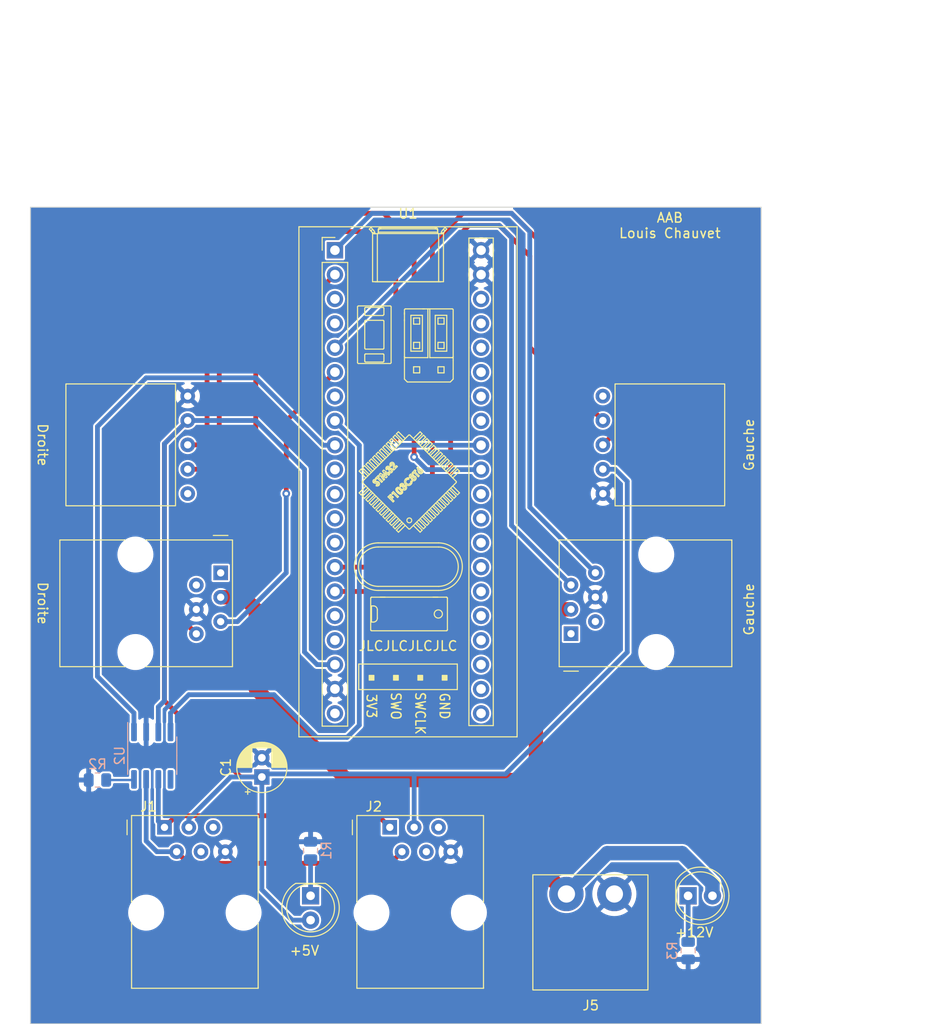
<source format=kicad_pcb>
(kicad_pcb (version 20211014) (generator pcbnew)
  (layers (0 "F.Cu" signal) (31 "B.Cu" signal) (34 "B.Paste" user) (35 "F.Paste" user) (36 "B.SilkS" user "B.Silkscreen") (37 "F.SilkS" user "F.Silkscreen") (38 "B.Mask" user) (39 "F.Mask" user) (44 "Edge.Cuts" user))
  (net 0 "")
  (net 1 "+5V")
  (net 2 "GND")
  (net 3 "CANL")
  (net 4 "CANH")
  (net 9 "+12V")
  (net 14 "Net-(R2-Pad1)")
  (net 22 "CAN_RX")
  (net 23 "CAN_TX")
  (net 28 "A_G")
  (net 29 "B_G")
  (net 37 "A_D")
  (net 38 "B_D")
  (net 50 "DIR_D")
  (net 51 "PWM_D")
  (net 52 "DIR_G")
  (net 53 "PWM_G")
  (net 54 "Net-(D+5V1-Pad1)")
  (net 55 "Net-(D+12V1-Pad1)")
  (footprint "Robot:RJ12" (layer "F.Cu") (at 137.165 103.99)
    (fp_text reference "J2" (at -1.67 -2.16) (layer "F.SilkS"))
    (fp_text value "RJ_can")
    (pad "" np_thru_hole circle (at -1.91 8.89) (size 3.25 3.25) (drill 3.25) (layers *.Cu *.Mask))
    (pad "" np_thru_hole circle (at 8.25 8.89) (size 3.25 3.25) (drill 3.25) (layers *.Cu *.Mask))
    (pad "1" thru_hole rect (at 0 0) (size 1.52 1.52) (drill 0.76) (layers *.Cu *.Mask) (net 3 "CANL"))
    (pad "2" thru_hole circle (at 1.27 2.54) (size 1.52 1.52) (drill 0.76) (layers *.Cu *.Mask) (net 4 "CANH"))
    (pad "3" thru_hole circle (at 2.54 0) (size 1.52 1.52) (drill 0.76) (layers *.Cu *.Mask) (net 1 "+5V"))
    (pad "4" thru_hole circle (at 3.81 2.54) (size 1.52 1.52) (drill 0.76) (layers *.Cu *.Mask))
    (pad "5" thru_hole circle (at 5.08 0) (size 1.52 1.52) (drill 0.76) (layers *.Cu *.Mask))
    (pad "6" thru_hole circle (at 6.35 2.54) (size 1.52 1.52) (drill 0.76) (layers *.Cu *.Mask) (net 2 "GND"))
  )
  (footprint "Robot:HE14-5-angle" (layer "F.Cu") (at 154.305 64.135 90)
    (fp_text reference "RC_Gauche1" hide)
    (fp_text value "roues_codeuses")
    (pad "1" thru_hole circle (at -5.08 5.08 90) (size 1.524 1.524) (drill 0.762) (layers *.Cu *.Mask) (net 2 "GND"))
    (pad "2" thru_hole circle (at -2.54 5.08 90) (size 1.524 1.524) (drill 0.762) (layers *.Cu *.Mask) (net 1 "+5V"))
    (pad "3" thru_hole circle (at 0 5.08 90) (size 1.524 1.524) (drill 0.762) (layers *.Cu *.Mask) (net 28 "A_G"))
    (pad "4" thru_hole circle (at 2.54 5.08 90) (size 1.524 1.524) (drill 0.762) (layers *.Cu *.Mask) (net 29 "B_G"))
    (pad "5" thru_hole circle (at 5.08 5.08 90) (size 1.524 1.524) (drill 0.762) (layers *.Cu *.Mask))
  )
  (footprint "LED_THT:LED_D5.0mm" (layer "F.Cu") (at 128.905 111.12 -90)
    (fp_text reference "D+5V1" hide)
    (fp_text value "LED")
    (pad "1" thru_hole rect (at 0 0 270) (size 1.8 1.8) (drill 0.9) (layers *.Cu *.Mask) (net 54 "Net-(D+5V1-Pad1)"))
    (pad "2" thru_hole circle (at 2.54 0 270) (size 1.8 1.8) (drill 0.9) (layers *.Cu *.Mask) (net 1 "+5V"))
  )
  (footprint "Robot:RJ12" (layer "F.Cu") (at 119.53 77.475 -90)
    (fp_text reference "Mot_Droit1" hide)
    (fp_text value "RJ_MeMotorDriver")
    (pad "" np_thru_hole circle (at -1.91 8.89 270) (size 3.25 3.25) (drill 3.25) (layers *.Cu *.Mask))
    (pad "" np_thru_hole circle (at 8.25 8.89 270) (size 3.25 3.25) (drill 3.25) (layers *.Cu *.Mask))
    (pad "1" thru_hole rect (at 0 0 270) (size 1.52 1.52) (drill 0.76) (layers *.Cu *.Mask))
    (pad "2" thru_hole circle (at 1.27 2.54 270) (size 1.52 1.52) (drill 0.76) (layers *.Cu *.Mask))
    (pad "3" thru_hole circle (at 2.54 0 270) (size 1.52 1.52) (drill 0.76) (layers *.Cu *.Mask) (net 9 "+12V"))
    (pad "4" thru_hole circle (at 3.81 2.54 270) (size 1.52 1.52) (drill 0.76) (layers *.Cu *.Mask) (net 2 "GND"))
    (pad "5" thru_hole circle (at 5.08 0 270) (size 1.52 1.52) (drill 0.76) (layers *.Cu *.Mask) (net 51 "PWM_D"))
    (pad "6" thru_hole circle (at 6.35 2.54 270) (size 1.52 1.52) (drill 0.76) (layers *.Cu *.Mask) (net 50 "DIR_D"))
  )
  (footprint "Capacitor_THT:CP_Radial_D5.0mm_P2.00mm" (layer "F.Cu") (at 123.825 98.745112 90)
    (fp_text reference "C1" (at 1 -3.75 90) (layer "F.SilkS"))
    (fp_text value "C_Polarized")
    (pad "1" thru_hole rect (at 0 0 90) (size 1.6 1.6) (drill 0.8) (layers *.Cu *.Mask) (net 1 "+5V"))
    (pad "2" thru_hole circle (at 2 0 90) (size 1.6 1.6) (drill 0.8) (layers *.Cu *.Mask) (net 2 "GND"))
  )
  (footprint "LED_THT:LED_D5.0mm" (layer "F.Cu") (at 168.27 111.125)
    (fp_text reference "D+12V1" hide)
    (fp_text value "LED")
    (pad "1" thru_hole rect (at 0 0) (size 1.8 1.8) (drill 0.9) (layers *.Cu *.Mask) (net 55 "Net-(D+12V1-Pad1)"))
    (pad "2" thru_hole circle (at 2.54 0) (size 1.8 1.8) (drill 0.9) (layers *.Cu *.Mask) (net 9 "+12V"))
  )
  (footprint "Robot:RJ12" (layer "F.Cu") (at 156.06 83.815 90)
    (fp_text reference "Mot_Gauche1" hide)
    (fp_text value "RJ_MeMotorDriver")
    (pad "" np_thru_hole circle (at -1.91 8.89 90) (size 3.25 3.25) (drill 3.25) (layers *.Cu *.Mask))
    (pad "" np_thru_hole circle (at 8.25 8.89 90) (size 3.25 3.25) (drill 3.25) (layers *.Cu *.Mask))
    (pad "1" thru_hole rect (at 0 0 90) (size 1.52 1.52) (drill 0.76) (layers *.Cu *.Mask))
    (pad "2" thru_hole circle (at 1.27 2.54 90) (size 1.52 1.52) (drill 0.76) (layers *.Cu *.Mask))
    (pad "3" thru_hole circle (at 2.54 0 90) (size 1.52 1.52) (drill 0.76) (layers *.Cu *.Mask) (net 9 "+12V"))
    (pad "4" thru_hole circle (at 3.81 2.54 90) (size 1.52 1.52) (drill 0.76) (layers *.Cu *.Mask) (net 2 "GND"))
    (pad "5" thru_hole circle (at 5.08 0 90) (size 1.52 1.52) (drill 0.76) (layers *.Cu *.Mask) (net 53 "PWM_G"))
    (pad "6" thru_hole circle (at 6.35 2.54 90) (size 1.52 1.52) (drill 0.76) (layers *.Cu *.Mask) (net 52 "DIR_G"))
  )
  (footprint "Robot:RJ12" (layer "F.Cu") (at 113.67 103.99)
    (fp_text reference "J1" (at -1.67 -2.16) (layer "F.SilkS"))
    (fp_text value "RJ_can")
    (pad "" np_thru_hole circle (at 8.25 8.89) (size 3.25 3.25) (drill 3.25) (layers *.Cu *.Mask))
    (pad "" np_thru_hole circle (at -1.91 8.89) (size 3.25 3.25) (drill 3.25) (layers *.Cu *.Mask))
    (pad "1" thru_hole rect (at 0 0) (size 1.52 1.52) (drill 0.76) (layers *.Cu *.Mask) (net 3 "CANL"))
    (pad "2" thru_hole circle (at 1.27 2.54) (size 1.52 1.52) (drill 0.76) (layers *.Cu *.Mask) (net 4 "CANH"))
    (pad "3" thru_hole circle (at 2.54 0) (size 1.52 1.52) (drill 0.76) (layers *.Cu *.Mask) (net 1 "+5V"))
    (pad "4" thru_hole circle (at 3.81 2.54) (size 1.52 1.52) (drill 0.76) (layers *.Cu *.Mask))
    (pad "5" thru_hole circle (at 5.08 0) (size 1.52 1.52) (drill 0.76) (layers *.Cu *.Mask))
    (pad "6" thru_hole circle (at 6.35 2.54) (size 1.52 1.52) (drill 0.76) (layers *.Cu *.Mask) (net 2 "GND"))
  )
  (footprint "Robot:HE14-5-angle" (layer "F.Cu") (at 121.1725 64.135 -90)
    (fp_text reference "RC_Droite1" hide)
    (fp_text value "roues_codeuses")
    (pad "1" thru_hole circle (at -5.08 5.08 270) (size 1.524 1.524) (drill 0.762) (layers *.Cu *.Mask) (net 2 "GND"))
    (pad "2" thru_hole circle (at -2.54 5.08 270) (size 1.524 1.524) (drill 0.762) (layers *.Cu *.Mask) (net 1 "+5V"))
    (pad "3" thru_hole circle (at 0 5.08 270) (size 1.524 1.524) (drill 0.762) (layers *.Cu *.Mask) (net 37 "A_D"))
    (pad "4" thru_hole circle (at 2.54 5.08 270) (size 1.524 1.524) (drill 0.762) (layers *.Cu *.Mask) (net 38 "B_D"))
    (pad "5" thru_hole circle (at 5.08 5.08 270) (size 1.524 1.524) (drill 0.762) (layers *.Cu *.Mask))
  )
  (footprint "Robot:Blue Pill" (layer "F.Cu") (at 131.445 43.855)
    (fp_text reference "U1" (at 7.62 -3.81) (layer "F.SilkS"))
    (fp_text value "Blue Pill" hide)
    (fp_text user "3V3" (at 3.81 47.498 270 unlocked) (layer "F.SilkS") (effects (font (size 1 0.9))))
    (fp_text user "SWCLK" (at 8.89 48.26 270 unlocked) (layer "F.SilkS") (effects (font (size 1 0.9))))
    (fp_text user "SWO" (at 6.35 47.498 270 unlocked) (layer "F.SilkS") (effects (font (size 1 0.9))))
    (fp_text user "GND" (at 11.43 47.498 270 unlocked) (layer "F.SilkS") (effects (font (size 1 0.9))))
    (pad "1" thru_hole rect (at 0 0) (size 1.7 1.7) (drill 1) (layers *.Cu *.Mask) (net 52 "DIR_G"))
    (pad "2" thru_hole circle (at 0 2.54) (size 1.7 1.7) (drill 1) (layers *.Cu *.Mask) (net 50 "DIR_D"))
    (pad "3" thru_hole circle (at 0 5.08) (size 1.7 1.7) (drill 1) (layers *.Cu *.Mask))
    (pad "4" thru_hole circle (at 0 7.62) (size 1.7 1.7) (drill 1) (layers *.Cu *.Mask))
    (pad "5" thru_hole circle (at 0 10.16) (size 1.7 1.7) (drill 1) (layers *.Cu *.Mask) (net 53 "PWM_G"))
    (pad "6" thru_hole circle (at 0 12.7) (size 1.7 1.7) (drill 1) (layers *.Cu *.Mask) (net 51 "PWM_D"))
    (pad "7" thru_hole circle (at 0 15.24) (size 1.7 1.7) (drill 1) (layers *.Cu *.Mask))
    (pad "8" thru_hole circle (at 0 17.78) (size 1.7 1.7) (drill 1) (layers *.Cu *.Mask) (net 22 "CAN_RX"))
    (pad "9" thru_hole circle (at 0 20.32) (size 1.7 1.7) (drill 1) (layers *.Cu *.Mask) (net 23 "CAN_TX"))
    (pad "10" thru_hole circle (at 0 22.86) (size 1.7 1.7) (drill 1) (layers *.Cu *.Mask))
    (pad "11" thru_hole circle (at 0 25.4) (size 1.7 1.7) (drill 1) (layers *.Cu *.Mask))
    (pad "12" thru_hole circle (at 0 27.94) (size 1.7 1.7) (drill 1) (layers *.Cu *.Mask))
    (pad "13" thru_hole circle (at 0 30.48) (size 1.7 1.7) (drill 1) (layers *.Cu *.Mask))
    (pad "14" thru_hole circle (at 0 33.02) (size 1.7 1.7) (drill 1) (layers *.Cu *.Mask) (net 28 "A_G"))
    (pad "15" thru_hole circle (at 0 35.56) (size 1.7 1.7) (drill 1) (layers *.Cu *.Mask) (net 29 "B_G"))
    (pad "16" thru_hole circle (at 0 38.1) (size 1.7 1.7) (drill 1) (layers *.Cu *.Mask))
    (pad "17" thru_hole circle (at 0 40.64) (size 1.7 1.7) (drill 1) (layers *.Cu *.Mask))
    (pad "18" thru_hole circle (at 0 43.18) (size 1.7 1.7) (drill 1) (layers *.Cu *.Mask) (net 1 "+5V"))
    (pad "19" thru_hole circle (at 0 45.72) (size 1.7 1.7) (drill 1) (layers *.Cu *.Mask) (net 2 "GND"))
    (pad "20" thru_hole circle (at 0 48.26) (size 1.7 1.7) (drill 1) (layers *.Cu *.Mask))
    (pad "21" thru_hole circle (at 15.24 48.26) (size 1.7 1.7) (drill 1) (layers *.Cu *.Mask))
    (pad "22" thru_hole circle (at 15.24 45.72) (size 1.7 1.7) (drill 1) (layers *.Cu *.Mask))
    (pad "23" thru_hole circle (at 15.24 43.18) (size 1.7 1.7) (drill 1) (layers *.Cu *.Mask))
    (pad "24" thru_hole circle (at 15.24 40.64) (size 1.7 1.7) (drill 1) (layers *.Cu *.Mask))
    (pad "25" thru_hole circle (at 15.24 38.1) (size 1.7 1.7) (drill 1) (layers *.Cu *.Mask))
    (pad "26" thru_hole circle (at 15.24 35.56) (size 1.7 1.7) (drill 1) (layers *.Cu *.Mask))
    (pad "27" thru_hole circle (at 15.24 33.02) (size 1.7 1.7) (drill 1) (layers *.Cu *.Mask))
    (pad "28" thru_hole circle (at 15.24 30.48) (size 1.7 1.7) (drill 1) (layers *.Cu *.Mask))
    (pad "29" thru_hole circle (at 15.24 27.94) (size 1.7 1.7) (drill 1) (layers *.Cu *.Mask))
    (pad "30" thru_hole circle (at 15.24 25.4) (size 1.7 1.7) (drill 1) (layers *.Cu *.Mask))
    (pad "31" thru_hole circle (at 15.24 22.86) (size 1.7 1.7) (drill 1) (layers *.Cu *.Mask) (net 37 "A_D"))
    (pad "32" thru_hole circle (at 15.24 20.32) (size 1.7 1.7) (drill 1) (layers *.Cu *.Mask) (net 38 "B_D"))
    (pad "33" thru_hole circle (at 15.24 17.78) (size 1.7 1.7) (drill 1) (layers *.Cu *.Mask))
    (pad "34" thru_hole circle (at 15.24 15.24) (size 1.7 1.7) (drill 1) (layers *.Cu *.Mask))
    (pad "35" thru_hole circle (at 15.24 12.7) (size 1.7 1.7) (drill 1) (layers *.Cu *.Mask))
    (pad "36" thru_hole circle (at 15.24 10.16) (size 1.7 1.7) (drill 1) (layers *.Cu *.Mask))
    (pad "37" thru_hole circle (at 15.24 7.62) (size 1.7 1.7) (drill 1) (layers *.Cu *.Mask))
    (pad "38" thru_hole circle (at 15.24 5.08) (size 1.7 1.7) (drill 1) (layers *.Cu *.Mask))
    (pad "39" thru_hole circle (at 15.24 2.54) (size 1.7 1.7) (drill 1) (layers *.Cu *.Mask) (net 2 "GND"))
    (pad "40" thru_hole circle (at 15.24 0) (size 1.7 1.7) (drill 1) (layers *.Cu *.Mask) (net 2 "GND"))
  )
  (footprint "Robot:WR_TBL_3137_2pins" (layer "F.Cu") (at 158.115 114.935)
    (fp_text reference "J5" (at 0 7.62 unlocked) (layer "F.SilkS"))
    (fp_text value "connector_power")
    (pad "1" thru_hole circle (at -2.5325 -4 180) (size 3.58 3.58) (drill 1.8) (layers *.Cu *.Mask) (net 9 "+12V"))
    (pad "2" thru_hole circle (at 2.4675 -4 180) (size 3.58 3.58) (drill 1.8) (layers *.Cu *.Mask) (net 2 "GND"))
  )
  (footprint "Resistor_SMD:R_0805_2012Metric" (layer "B.Cu") (at 168.275 116.84 -90)
    (fp_text reference "R3" (at 0 1.65 90) (layer "B.SilkS") (effects (justify mirror)))
    (fp_text value "R")
    (pad "1" smd roundrect (at -0.9125 0 270) (size 1.025 1.4) (layers "B.Cu" "B.Paste" "B.Mask") (roundrect_rratio 0.243902439) (net 55 "Net-(D+12V1-Pad1)"))
    (pad "2" smd roundrect (at 0.9125 0 270) (size 1.025 1.4) (layers "B.Cu" "B.Paste" "B.Mask") (roundrect_rratio 0.243902439) (net 2 "GND"))
  )
  (footprint "Resistor_SMD:R_0805_2012Metric" (layer "B.Cu") (at 128.905 106.4025 90)
    (fp_text reference "R1" (at 0 1.65 90) (layer "B.SilkS") (effects (justify mirror)))
    (fp_text value "R")
    (pad "1" smd roundrect (at -0.9125 0 90) (size 1.025 1.4) (layers "B.Cu" "B.Paste" "B.Mask") (roundrect_rratio 0.243902439) (net 54 "Net-(D+5V1-Pad1)"))
    (pad "2" smd roundrect (at 0.9125 0 90) (size 1.025 1.4) (layers "B.Cu" "B.Paste" "B.Mask") (roundrect_rratio 0.243902439) (net 2 "GND"))
  )
  (footprint "Package_SO:SOIC-8_3.9x4.9mm_P1.27mm" (layer "B.Cu") (at 112.395 96.52 -90)
    (fp_text reference "U2" (at 0 3.4 90) (layer "B.SilkS") (effects (justify mirror)))
    (fp_text value "MCP2551-I-SN")
    (pad "1" smd roundrect (at -2.475 1.905 270) (size 1.95 0.6) (layers "B.Cu" "B.Paste" "B.Mask") (net 23 "CAN_TX"))
    (pad "2" smd roundrect (at -2.475 0.635 270) (size 1.95 0.6) (layers "B.Cu" "B.Paste" "B.Mask") (net 2 "GND"))
    (pad "3" smd roundrect (at -2.475 -0.635 270) (size 1.95 0.6) (layers "B.Cu" "B.Paste" "B.Mask") (net 1 "+5V"))
    (pad "4" smd roundrect (at -2.475 -1.905 270) (size 1.95 0.6) (layers "B.Cu" "B.Paste" "B.Mask") (net 22 "CAN_RX"))
    (pad "5" smd roundrect (at 2.475 -1.905 270) (size 1.95 0.6) (layers "B.Cu" "B.Paste" "B.Mask"))
    (pad "6" smd roundrect locked (at 2.475 -0.635 270) (size 1.95 0.6) (layers "B.Cu" "B.Paste" "B.Mask") (net 3 "CANL"))
    (pad "7" smd roundrect (at 2.475 0.635 270) (size 1.95 0.6) (layers "B.Cu" "B.Paste" "B.Mask") (net 4 "CANH"))
    (pad "8" smd roundrect (at 2.475 1.905 270) (size 1.95 0.6) (layers "B.Cu" "B.Paste" "B.Mask") (net 14 "Net-(R2-Pad1)"))
  )
  (footprint "Resistor_SMD:R_0805_2012Metric" (layer "B.Cu") (at 106.68 99.06 180)
    (fp_text reference "R2" (at 0 1.65) (layer "B.SilkS") (effects (justify mirror)))
    (fp_text value "R")
    (pad "1" smd roundrect (at -0.9125 0 180) (size 1.025 1.4) (layers "B.Cu" "B.Paste" "B.Mask") (roundrect_rratio 0.243902439) (net 14 "Net-(R2-Pad1)"))
    (pad "2" smd roundrect (at 0.9125 0 180) (size 1.025 1.4) (layers "B.Cu" "B.Paste" "B.Mask") (roundrect_rratio 0.243902439) (net 2 "GND"))
  )
  (gr_rect (start 175.895 124.46) (end 99.695 39.37) (layer "Edge.Cuts") (width 0.1) (fill none))
  (gr_text "Gauche" (at 174.625 64.135 90) (layer "F.SilkS") (effects (font (size 1 1))))
  (gr_text "+5V" (at 128.27 116.84) (layer "F.SilkS") (effects (font (size 1 1))))
  (gr_text "AAB\nLouis Chauvet" (at 166.37 41.275) (layer "F.SilkS") (effects (font (size 1 1))))
  (gr_text "+12V" (at 168.91 114.935) (layer "F.SilkS") (effects (font (size 1 1))))
  (gr_text "JLCJLCJLCJLC" (at 139.065 85.09) (layer "F.SilkS") (effects (font (size 1 1))))
  (gr_text "Gauche" (at 174.625 81.28 90) (layer "F.SilkS") (effects (font (size 1 1))))
  (gr_text "Droite" (at 100.965 80.645 270) (layer "F.SilkS") (effects (font (size 1 1))))
  (gr_text "Droite" (at 100.965 64.135 270) (layer "F.SilkS") (effects (font (size 1 1))))
  (segment (start 123.825 98.745112) (end 121.605112 98.745112) (width 0.5) (layer "F.Cu") (net 1))
  (segment (start 121.605112 98.745112) (end 113.665 90.805) (width 0.5) (layer "F.Cu") (net 1))
  (segment (start 113.665 90.805) (end 113.665 64.0225) (width 0.5) (layer "F.Cu") (net 1))
  (segment (start 113.665 64.0225) (end 116.0925 61.595) (width 0.5) (layer "F.Cu") (net 1))
  (segment (start 128.27 66.675) (end 123.19 61.595) (width 0.5) (layer "B.Cu") (net 1))
  (segment (start 113.665 90.805) (end 113.665 64.0225) (width 0.5) (layer "B.Cu") (net 1))
  (segment (start 123.19 61.595) (end 116.0925 61.595) (width 0.5) (layer "B.Cu") (net 1))
  (segment (start 113.03 91.44) (end 113.665 90.805) (width 0.5) (layer "B.Cu") (net 1))
  (segment (start 149.245473 98.425) (end 161.925 85.745473) (width 0.5) (layer "B.Cu") (net 1))
  (segment (start 160.655 66.675) (end 159.385 66.675) (width 0.5) (layer "B.Cu") (net 1))
  (segment (start 126.995 113.66) (end 123.825 110.49) (width 0.5) (layer "B.Cu") (net 1))
  (segment (start 139.705 103.99) (end 139.705 98.43) (width 0.5) (layer "B.Cu") (net 1))
  (segment (start 129.58 87.035) (end 128.27 85.725) (width 0.5) (layer "B.Cu") (net 1))
  (segment (start 113.03 94.045) (end 113.03 91.44) (width 0.5) (layer "B.Cu") (net 1))
  (segment (start 161.925 85.745473) (end 161.925 67.945) (width 0.5) (layer "B.Cu") (net 1))
  (segment (start 139.7 98.425) (end 149.245473 98.425) (width 0.5) (layer "B.Cu") (net 1))
  (segment (start 120.574888 98.745112) (end 116.21 103.11) (width 0.5) (layer "B.Cu") (net 1))
  (segment (start 123.825 98.745112) (end 124.145112 98.425) (width 0.5) (layer "B.Cu") (net 1))
  (segment (start 123.825 98.745112) (end 120.574888 98.745112) (width 0.5) (layer "B.Cu") (net 1))
  (segment (start 139.705 98.43) (end 139.7 98.425) (width 0.5) (layer "B.Cu") (net 1))
  (segment (start 113.665 64.0225) (end 116.0925 61.595) (width 0.5) (layer "B.Cu") (net 1))
  (segment (start 161.925 67.945) (end 160.655 66.675) (width 0.5) (layer "B.Cu") (net 1))
  (segment (start 124.145112 98.425) (end 139.7 98.425) (width 0.5) (layer "B.Cu") (net 1))
  (segment (start 116.21 103.11) (end 116.21 103.99) (width 0.5) (layer "B.Cu") (net 1))
  (segment (start 128.27 85.725) (end 128.27 66.675) (width 0.5) (layer "B.Cu") (net 1))
  (segment (start 131.445 87.035) (end 129.58 87.035) (width 0.5) (layer "B.Cu") (net 1))
  (segment (start 128.905 113.66) (end 126.995 113.66) (width 0.5) (layer "B.Cu") (net 1))
  (segment (start 123.825 110.49) (end 123.825 98.745112) (width 0.5) (layer "B.Cu") (net 1))
  (segment (start 114.879511 102.780489) (end 135.955489 102.780489) (width 0.5) (layer "F.Cu") (net 3))
  (segment (start 135.955489 102.780489) (end 137.165 103.99) (width 0.5) (layer "F.Cu") (net 3))
  (segment (start 113.67 103.99) (end 114.879511 102.780489) (width 0.5) (layer "F.Cu") (net 3))
  (segment (start 113.03 98.995) (end 113.03 103.35) (width 0.5) (layer "B.Cu") (net 3))
  (segment (start 113.03 103.35) (end 113.67 103.99) (width 0.5) (layer "B.Cu") (net 3))
  (segment (start 114.94 106.53) (end 116.149511 107.739511) (width 0.5) (layer "F.Cu") (net 4))
  (segment (start 116.149511 107.739511) (end 137.225489 107.739511) (width 0.5) (layer "F.Cu") (net 4))
  (segment (start 137.225489 107.739511) (end 138.435 106.53) (width 0.5) (layer "F.Cu") (net 4))
  (segment (start 112.88 106.53) (end 114.94 106.53) (width 0.5) (layer "B.Cu") (net 4))
  (segment (start 111.76 98.995) (end 111.76 105.41) (width 0.5) (layer "B.Cu") (net 4))
  (segment (start 111.76 105.41) (end 112.88 106.53) (width 0.5) (layer "B.Cu") (net 4))
  (segment (start 154.945 81.275) (end 156.06 81.275) (width 1.5) (layer "F.Cu") (net 9))
  (segment (start 152.4 83.82) (end 154.945 81.275) (width 1.5) (layer "F.Cu") (net 9))
  (segment (start 121.925 80.015) (end 123.19 81.28) (width 1.5) (layer "F.Cu") (net 9))
  (segment (start 152.4 107.7525) (end 152.4 83.82) (width 1.5) (layer "F.Cu") (net 9))
  (segment (start 155.5825 110.935) (end 152.4 107.7525) (width 1.5) (layer "F.Cu") (net 9))
  (segment (start 123.19 81.28) (end 123.19 89.535) (width 1.5) (layer "F.Cu") (net 9))
  (segment (start 132.715 99.06) (end 152.4 99.06) (width 1.5) (layer "F.Cu") (net 9))
  (segment (start 119.53 80.015) (end 121.925 80.015) (width 1.5) (layer "F.Cu") (net 9))
  (segment (start 123.19 89.535) (end 132.715 99.06) (width 1.5) (layer "F.Cu") (net 9))
  (segment (start 155.5825 110.935) (end 159.8375 106.68) (width 1.5) (layer "B.Cu") (net 9))
  (segment (start 170.81 109.852208) (end 170.81 111.125) (width 1.5) (layer "B.Cu") (net 9))
  (segment (start 159.8375 106.68) (end 167.637792 106.68) (width 1.5) (layer "B.Cu") (net 9))
  (segment (start 167.637792 106.68) (end 170.81 109.852208) (width 1.5) (layer "B.Cu") (net 9))
  (segment (start 107.5925 99.06) (end 110.425 99.06) (width 0.25) (layer "B.Cu") (net 14))
  (segment (start 110.425 99.06) (end 110.49 98.995) (width 0.25) (layer "B.Cu") (net 14))
  (segment (start 114.3 92.075) (end 116.205 90.17) (width 0.5) (layer "B.Cu") (net 22))
  (segment (start 116.205 90.17) (end 125.095 90.17) (width 0.5) (layer "B.Cu") (net 22))
  (segment (start 133.985 64.175) (end 131.445 61.635) (width 0.5) (layer "B.Cu") (net 22))
  (segment (start 132.715 94.615) (end 133.985 93.345) (width 0.5) (layer "B.Cu") (net 22))
  (segment (start 125.095 90.17) (end 129.54 94.615) (width 0.5) (layer "B.Cu") (net 22))
  (segment (start 114.3 94.045) (end 114.3 92.075) (width 0.5) (layer "B.Cu") (net 22))
  (segment (start 129.54 94.615) (end 132.715 94.615) (width 0.5) (layer "B.Cu") (net 22))
  (segment (start 133.985 93.345) (end 133.985 64.175) (width 0.5) (layer "B.Cu") (net 22))
  (segment (start 106.68 88.265) (end 106.68 62.23) (width 0.5) (layer "B.Cu") (net 23))
  (segment (start 110.49 92.075) (end 106.68 88.265) (width 0.5) (layer "B.Cu") (net 23))
  (segment (start 130.215 64.175) (end 131.445 64.175) (width 0.5) (layer "B.Cu") (net 23))
  (segment (start 110.49 94.045) (end 110.49 92.075) (width 0.5) (layer "B.Cu") (net 23))
  (segment (start 111.76 57.15) (end 123.19 57.15) (width 0.5) (layer "B.Cu") (net 23))
  (segment (start 123.19 57.15) (end 130.215 64.175) (width 0.5) (layer "B.Cu") (net 23))
  (segment (start 106.68 62.23) (end 111.76 57.15) (width 0.5) (layer "B.Cu") (net 23))
  (segment (start 141.605 43.18) (end 141.605 71.755) (width 0.5) (layer "F.Cu") (net 28))
  (segment (start 161.925 61.595) (end 161.925 58.42) (width 0.5) (layer "F.Cu") (net 28))
  (segment (start 141.605 71.755) (end 136.525 76.835) (width 0.5) (layer "F.Cu") (net 28))
  (segment (start 159.385 64.135) (end 161.925 61.595) (width 0.5) (layer "F.Cu") (net 28))
  (segment (start 136.525 76.835) (end 134.62 76.835) (width 0.5) (layer "F.Cu") (net 28))
  (segment (start 134.58 76.875) (end 131.445 76.875) (width 0.5) (layer "F.Cu") (net 28))
  (segment (start 149.86 40.005) (end 144.78 40.005) (width 0.5) (layer "F.Cu") (net 28))
  (segment (start 153.035 43.18) (end 149.86 40.005) (width 0.5) (layer "F.Cu") (net 28))
  (segment (start 134.62 76.835) (end 134.58 76.875) (width 0.5) (layer "F.Cu") (net 28))
  (segment (start 160.02 56.515) (end 158.75 56.515) (width 0.5) (layer "F.Cu") (net 28))
  (segment (start 161.925 58.42) (end 160.02 56.515) (width 0.5) (layer "F.Cu") (net 28))
  (segment (start 144.78 40.005) (end 141.605 43.18) (width 0.5) (layer "F.Cu") (net 28))
  (segment (start 158.75 56.515) (end 153.035 50.8) (width 0.5) (layer "F.Cu") (net 28))
  (segment (start 153.035 50.8) (end 153.035 43.18) (width 0.5) (layer "F.Cu") (net 28))
  (segment (start 151.765 53.975) (end 159.385 61.595) (width 0.5) (layer "F.Cu") (net 29))
  (segment (start 143.51 43.18) (end 145.415 41.275) (width 0.5) (layer "F.Cu") (net 29))
  (segment (start 151.765 44.45) (end 151.765 53.975) (width 0.5) (layer "F.Cu") (net 29))
  (segment (start 145.415 41.275) (end 148.59 41.275) (width 0.5) (layer "F.Cu") (net 29))
  (segment (start 143.51 73.025) (end 143.51 43.18) (width 0.5) (layer "F.Cu") (net 29))
  (segment (start 148.59 41.275) (end 151.765 44.45) (width 0.5) (layer "F.Cu") (net 29))
  (segment (start 131.445 79.415) (end 137.12 79.415) (width 0.5) (layer "F.Cu") (net 29))
  (segment (start 137.12 79.415) (end 143.51 73.025) (width 0.5) (layer "F.Cu") (net 29))
  (segment (start 139.7 43.18) (end 136.525 40.005) (width 0.5) (layer "F.Cu") (net 37))
  (segment (start 136.525 40.005) (end 127 40.005) (width 0.5) (layer "F.Cu") (net 37))
  (segment (start 139.7 65.405) (end 139.7 43.18) (width 0.5) (layer "F.Cu") (net 37))
  (segment (start 117.475 64.135) (end 116.0925 64.135) (width 0.5) (layer "F.Cu") (net 37))
  (segment (start 127 40.005) (end 118.11 48.895) (width 0.5) (layer "F.Cu") (net 37))
  (segment (start 118.11 63.5) (end 117.475 64.135) (width 0.5) (layer "F.Cu") (net 37))
  (segment (start 118.11 48.895) (end 118.11 63.5) (width 0.5) (layer "F.Cu") (net 37))
  (via (at 139.7 65.405) (size 0.8) (drill 0.4) (layers "F.Cu" "B.Cu") (net 37))
  (segment (start 139.7 65.405) (end 141.01 66.715) (width 0.5) (layer "B.Cu") (net 37))
  (segment (start 141.01 66.715) (end 146.685 66.715) (width 0.5) (layer "B.Cu") (net 37))
  (segment (start 127.635 41.91) (end 135.89 41.91) (width 0.5) (layer "F.Cu") (net 38))
  (segment (start 117.475 66.675) (end 119.38 64.77) (width 0.5) (layer "F.Cu") (net 38))
  (segment (start 135.89 41.91) (end 137.795 43.815) (width 0.5) (layer "F.Cu") (net 38))
  (segment (start 119.38 64.77) (end 119.38 50.165) (width 0.5) (layer "F.Cu") (net 38))
  (segment (start 119.38 50.165) (end 127.635 41.91) (width 0.5) (layer "F.Cu") (net 38))
  (segment (start 116.0925 66.675) (end 117.475 66.675) (width 0.5) (layer "F.Cu") (net 38))
  (segment (start 137.795 43.815) (end 137.795 64.135) (width 0.5) (layer "F.Cu") (net 38))
  (via (at 137.795 64.135) (size 0.8) (drill 0.4) (layers "F.Cu" "B.Cu") (net 38))
  (segment (start 137.835 64.175) (end 146.685 64.175) (width 0.5) (layer "B.Cu") (net 38))
  (segment (start 137.795 64.135) (end 137.835 64.175) (width 0.5) (layer "B.Cu") (net 38))
  (segment (start 123.19 54.65) (end 131.445 46.395) (width 0.5) (layer "F.Cu") (net 50))
  (segment (start 116.99 83.825) (end 114.935 81.77) (width 0.5) (layer "F.Cu") (net 50))
  (segment (start 114.935 76.2) (end 123.19 67.945) (width 0.5) (layer "F.Cu") (net 50))
  (segment (start 114.935 81.77) (end 114.935 76.2) (width 0.5) (layer "F.Cu") (net 50))
  (segment (start 123.19 67.945) (end 123.19 54.65) (width 0.5) (layer "F.Cu") (net 50))
  (segment (start 126.365 69.215) (end 126.365 61.635) (width 0.5) (layer "F.Cu") (net 51))
  (segment (start 126.365 61.635) (end 131.445 56.555) (width 0.5) (layer "F.Cu") (net 51))
  (via (at 126.365 69.215) (size 0.8) (drill 0.4) (layers "F.Cu" "B.Cu") (net 51))
  (segment (start 126.365 77.47) (end 126.365 69.215) (width 0.5) (layer "B.Cu") (net 51))
  (segment (start 121.28 82.555) (end 126.365 77.47) (width 0.5) (layer "B.Cu") (net 51))
  (segment (start 119.53 82.555) (end 121.28 82.555) (width 0.5) (layer "B.Cu") (net 51))
  (segment (start 158.6 77.465) (end 151.765 70.63) (width 0.5) (layer "B.Cu") (net 52))
  (segment (start 151.765 41.91) (end 149.86 40.005) (width 0.5) (layer "B.Cu") (net 52))
  (segment (start 135.295 40.005) (end 131.445 43.855) (width 0.5) (layer "B.Cu") (net 52))
  (segment (start 149.86 40.005) (end 135.295 40.005) (width 0.5) (layer "B.Cu") (net 52))
  (segment (start 151.765 70.63) (end 151.765 41.91) (width 0.5) (layer "B.Cu") (net 52))
  (segment (start 149.86 72.535) (end 149.86 42.545) (width 0.5) (layer "B.Cu") (net 53))
  (segment (start 156.06 78.735) (end 149.86 72.535) (width 0.5) (layer "B.Cu") (net 53))
  (segment (start 149.86 42.545) (end 148.59 41.275) (width 0.5) (layer "B.Cu") (net 53))
  (segment (start 148.59 41.275) (end 144.185 41.275) (width 0.5) (layer "B.Cu") (net 53))
  (segment (start 144.185 41.275) (end 131.445 54.015) (width 0.5) (layer "B.Cu") (net 53))
  (segment (start 128.905 111.12) (end 128.905 107.315) (width 0.5) (layer "B.Cu") (net 54))
  (segment (start 168.275 115.9275) (end 168.275 111.13) (width 0.5) (layer "B.Cu") (net 55))
  (segment (start 168.275 111.13) (end 168.27 111.125) (width 0.5) (layer "B.Cu") (net 55))
  (zone locked (net 2) (net_name "GND") (layer "B.Cu") (connect_pads (clearance 0)) (min_thickness 0.254) (fill yes (thermal_gap 0.508) (thermal_bridge_width 0.508))
    (polygon (pts (xy 195.58 124.46) (xy 96.52 124.46) (xy 96.52 17.78) (xy 195.58 17.78)))
  )
)
</source>
